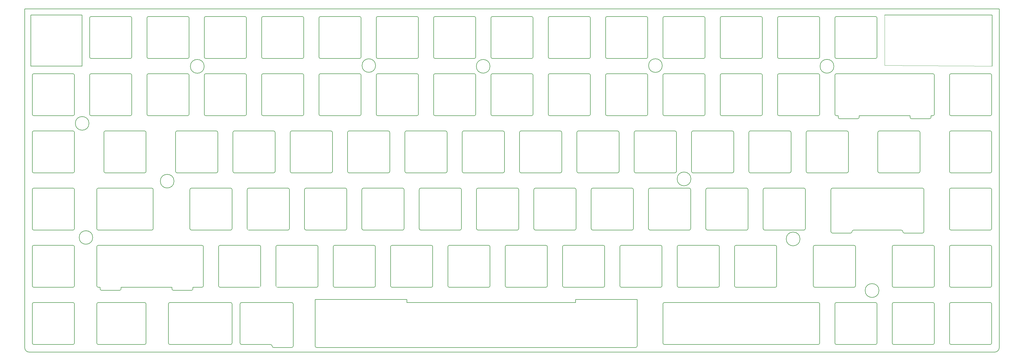
<source format=gbr>
%TF.GenerationSoftware,KiCad,Pcbnew,(5.1.9)-1*%
%TF.CreationDate,2021-05-17T22:20:43-04:00*%
%TF.ProjectId,plate,706c6174-652e-46b6-9963-61645f706362,rev?*%
%TF.SameCoordinates,Original*%
%TF.FileFunction,Profile,NP*%
%FSLAX46Y46*%
G04 Gerber Fmt 4.6, Leading zero omitted, Abs format (unit mm)*
G04 Created by KiCad (PCBNEW (5.1.9)-1) date 2021-05-17 22:20:43*
%MOMM*%
%LPD*%
G01*
G04 APERTURE LIST*
%TA.AperFunction,Profile*%
%ADD10C,0.050000*%
%TD*%
%TA.AperFunction,Profile*%
%ADD11C,0.200000*%
%TD*%
G04 APERTURE END LIST*
D10*
X57823364Y-115823999D02*
X57886500Y-115743000D01*
X57823364Y-115823999D02*
G75*
G02*
X57386501Y-116242999I-419364J-1D01*
G01*
X63434686Y-116258589D02*
X63436500Y-116243000D01*
X63434686Y-116258589D02*
G75*
G02*
X62936500Y-115742999I65314J561589D01*
G01*
X53467000Y-97028000D02*
X53911499Y-97193000D01*
X53411500Y-96693000D02*
X53467000Y-97028000D01*
X265176000Y-42291000D02*
X300968232Y-42592999D01*
X265174000Y-25511967D02*
X265176000Y-42291000D01*
D11*
X3405250Y-102743000D02*
G75*
G02*
X3905250Y-102243000I500000J0D01*
G01*
X287274000Y-97193000D02*
G75*
G02*
X286774000Y-96693000I0J500000D01*
G01*
X225361500Y-97193000D02*
G75*
G02*
X224861500Y-96693000I0J500000D01*
G01*
X3405250Y-115743000D02*
X3405250Y-102743000D01*
X38836500Y-115743000D02*
G75*
G02*
X38336500Y-116243000I-500000J0D01*
G01*
X10992250Y-117243000D02*
X4992249Y-117243000D01*
X3905250Y-116243000D02*
G75*
G02*
X3405250Y-115743000I0J500000D01*
G01*
X4492250Y-116243000D02*
X3905249Y-116243000D01*
X270755750Y-97193000D02*
G75*
G02*
X271255750Y-97693000I0J-500000D01*
G01*
X4492250Y-116743000D02*
X4492250Y-116243000D01*
X11492249Y-116742999D02*
G75*
G02*
X10992250Y-117243000I-500000J-1D01*
G01*
X11492250Y-116243000D02*
X11492250Y-116743000D01*
X28868250Y-117243000D02*
G75*
G02*
X28368250Y-116743000I0J500000D01*
G01*
X35368250Y-116743000D02*
G75*
G02*
X34868250Y-117243000I-500000J0D01*
G01*
X34868250Y-117243000D02*
X28868250Y-117243000D01*
X278255750Y-97693000D02*
X278255750Y-83693000D01*
X247879750Y-98193000D02*
X253879750Y-98193000D01*
X277755750Y-83193000D02*
X247879750Y-83193000D01*
X300774000Y-96693000D02*
G75*
G02*
X300274000Y-97193000I-500000J0D01*
G01*
X38336500Y-116243000D02*
X35368250Y-116243000D01*
X238361500Y-97193000D02*
X225361500Y-97193000D01*
X254379750Y-97693000D02*
G75*
G02*
X254879750Y-97193000I500000J0D01*
G01*
X271755751Y-98192999D02*
G75*
G02*
X271255750Y-97693000I-1J500000D01*
G01*
X-4526001Y-102243000D02*
G75*
G02*
X-4026001Y-102743000I0J-500000D01*
G01*
X300274000Y-83193000D02*
X287274000Y-83193000D01*
X277755750Y-83193000D02*
G75*
G02*
X278255750Y-83693000I0J-500000D01*
G01*
X-17526000Y-116243000D02*
X-4526001Y-116243000D01*
X300274001Y-83192999D02*
G75*
G02*
X300774000Y-83693000I-1J-500000D01*
G01*
X238861500Y-96693000D02*
G75*
G02*
X238361500Y-97193000I-500000J0D01*
G01*
X225361500Y-83193000D02*
X238361500Y-83193000D01*
X-4026001Y-115743000D02*
G75*
G02*
X-4526001Y-116243000I-500000J0D01*
G01*
X247879750Y-98193000D02*
G75*
G02*
X247379750Y-97693000I0J500000D01*
G01*
X286774000Y-83693000D02*
X286774000Y-96693000D01*
X-17526000Y-116243000D02*
G75*
G02*
X-18026000Y-115743000I0J500000D01*
G01*
X287274000Y-97193000D02*
X300274000Y-97193000D01*
X224861500Y-83693000D02*
G75*
G02*
X225361500Y-83193000I500000J0D01*
G01*
X224861500Y-96693000D02*
X224861500Y-83693000D01*
X254379750Y-97693000D02*
G75*
G02*
X253879750Y-98193000I-500000J0D01*
G01*
X247379750Y-83693000D02*
X247379750Y-97693000D01*
X271755750Y-98193000D02*
X277755750Y-98193000D01*
X300774000Y-96693000D02*
X300774000Y-83693000D01*
X-4526001Y-102243000D02*
X-17526000Y-102243000D01*
X278255750Y-97693000D02*
G75*
G02*
X277755750Y-98193000I-500000J0D01*
G01*
X-4026001Y-115743000D02*
X-4026001Y-102743000D01*
X-18026001Y-102743000D02*
X-18026000Y-115743000D01*
X238861500Y-83693000D02*
X238861500Y-96693000D01*
X247379750Y-83693000D02*
G75*
G02*
X247879750Y-83193000I500000J0D01*
G01*
X238361500Y-83193000D02*
G75*
G02*
X238861500Y-83693000I0J-500000D01*
G01*
X28368250Y-116743000D02*
X28368250Y-116243000D01*
X35368250Y-116243000D02*
X35368250Y-116743000D01*
X-18026001Y-102742999D02*
G75*
G02*
X-17526000Y-102243000I500000J-1D01*
G01*
X254879750Y-97193000D02*
X270755750Y-97192999D01*
X286774000Y-83693000D02*
G75*
G02*
X287274000Y-83193000I500000J0D01*
G01*
X28368250Y-116243000D02*
X11492250Y-116243000D01*
X38336500Y-102243000D02*
G75*
G02*
X38836500Y-102743000I0J-500000D01*
G01*
X3905250Y-102243000D02*
X38336500Y-102243000D01*
X4992250Y-117243000D02*
G75*
G02*
X4492250Y-116743000I0J500000D01*
G01*
X92011500Y-97193000D02*
G75*
G02*
X91511500Y-96693000I0J500000D01*
G01*
X72961500Y-97193001D02*
G75*
G02*
X72461499Y-96693000I0J500001D01*
G01*
X72961500Y-83193000D02*
X85961500Y-83193000D01*
X105011499Y-83193000D02*
X92011500Y-83193000D01*
X130111500Y-83193000D02*
X143111500Y-83193000D01*
X124561501Y-96692999D02*
G75*
G02*
X124061500Y-97193000I-500001J0D01*
G01*
X110561500Y-83693000D02*
G75*
G02*
X111061500Y-83193000I500000J0D01*
G01*
X129611500Y-83693000D02*
G75*
G02*
X130111500Y-83193000I500000J0D01*
G01*
X91511500Y-83693000D02*
G75*
G02*
X92011500Y-83193000I500000J0D01*
G01*
X219811500Y-83693000D02*
X219811500Y-96693000D01*
X129611500Y-96693000D02*
X129611500Y-83693000D01*
X181711500Y-83693000D02*
X181711500Y-96693000D01*
X167711500Y-83693000D02*
G75*
G02*
X168211500Y-83193000I500000J0D01*
G01*
X124061500Y-83193000D02*
X111061500Y-83193000D01*
X162161500Y-83193000D02*
G75*
G02*
X162661500Y-83693000I0J-500000D01*
G01*
X111061500Y-97193000D02*
G75*
G02*
X110561500Y-96693000I0J500000D01*
G01*
X85961500Y-83193000D02*
G75*
G02*
X86461500Y-83693000I0J-500000D01*
G01*
X206311500Y-83193000D02*
X219311500Y-83193000D01*
X187261500Y-83193000D02*
X200261500Y-83193000D01*
X72461499Y-96693000D02*
X72461499Y-83693000D01*
X91511500Y-83693000D02*
X91511500Y-96693000D01*
X219311500Y-83193000D02*
G75*
G02*
X219811500Y-83693000I0J-500000D01*
G01*
X200761500Y-83693000D02*
X200761500Y-96693000D01*
X200261500Y-83193000D02*
G75*
G02*
X200761500Y-83693000I0J-500000D01*
G01*
X186761500Y-96693000D02*
X186761500Y-83693000D01*
X105011500Y-83193000D02*
G75*
G02*
X105511500Y-83693000I0J-500000D01*
G01*
X105511501Y-96692999D02*
G75*
G02*
X105011500Y-97193000I-500001J0D01*
G01*
X149161500Y-97193000D02*
G75*
G02*
X148661500Y-96693000I0J500000D01*
G01*
X162661500Y-96693000D02*
G75*
G02*
X162161500Y-97193000I-500000J0D01*
G01*
X86461500Y-96693000D02*
G75*
G02*
X85961500Y-97193000I-500000J0D01*
G01*
X111061500Y-97193000D02*
X124061500Y-97193000D01*
X181211500Y-83193000D02*
G75*
G02*
X181711500Y-83693000I0J-500000D01*
G01*
X205811500Y-83693000D02*
G75*
G02*
X206311500Y-83193000I500000J0D01*
G01*
X110561500Y-83693000D02*
X110561500Y-96693000D01*
X148661500Y-96693000D02*
X148661500Y-83693000D01*
X72461499Y-83692999D02*
G75*
G02*
X72961500Y-83193000I500000J-1D01*
G01*
X219811500Y-96693000D02*
G75*
G02*
X219311500Y-97193000I-500000J0D01*
G01*
X200261500Y-97193000D02*
X187261500Y-97193000D01*
X124561500Y-96693000D02*
X124561500Y-83693000D01*
X162161500Y-97193000D02*
X149161500Y-97193000D01*
X92011500Y-97193000D02*
X105011500Y-97193000D01*
X85961500Y-97193000D02*
X72961500Y-97193000D01*
X86461500Y-83693000D02*
X86461500Y-96693000D01*
X187261500Y-97193000D02*
G75*
G02*
X186761500Y-96693000I0J500000D01*
G01*
X200761500Y-96693000D02*
G75*
G02*
X200261500Y-97193000I-500000J0D01*
G01*
X206311500Y-97193000D02*
G75*
G02*
X205811500Y-96693000I0J500000D01*
G01*
X219311500Y-97193000D02*
X206311500Y-97193000D01*
X143111500Y-97193000D02*
X130111500Y-97193000D01*
X168211500Y-97193000D02*
G75*
G02*
X167711500Y-96693000I0J500000D01*
G01*
X105511500Y-96693000D02*
X105511500Y-83693000D01*
X124061501Y-83192999D02*
G75*
G02*
X124561500Y-83693000I-1J-500000D01*
G01*
X130111500Y-97193000D02*
G75*
G02*
X129611500Y-96693000I0J500000D01*
G01*
X168211500Y-83193000D02*
X181211500Y-83193000D01*
X162661500Y-83693000D02*
X162661500Y-96693000D01*
X143611500Y-96693000D02*
G75*
G02*
X143111500Y-97193000I-500000J0D01*
G01*
X143611500Y-83693000D02*
X143611500Y-96693000D01*
X143111500Y-83193000D02*
G75*
G02*
X143611500Y-83693000I0J-500000D01*
G01*
X167711500Y-96693000D02*
X167711500Y-83693000D01*
X181211500Y-97193000D02*
X168211500Y-97193000D01*
X148661500Y-83693000D02*
G75*
G02*
X149161500Y-83193000I500000J0D01*
G01*
X205811500Y-96693000D02*
X205811500Y-83693000D01*
X186761500Y-83693000D02*
G75*
G02*
X187261500Y-83193000I500000J0D01*
G01*
X181711500Y-96693000D02*
G75*
G02*
X181211500Y-97193000I-500000J0D01*
G01*
X149161500Y-83193000D02*
X162161500Y-83193000D01*
X276461500Y-64143000D02*
X263461500Y-64143000D01*
X66911500Y-97193000D02*
X53911499Y-97193000D01*
X286774000Y-64643000D02*
G75*
G02*
X287274000Y-64143000I500000J0D01*
G01*
X239649000Y-78143000D02*
G75*
G02*
X239149000Y-77643000I0J500000D01*
G01*
X300274001Y-64142999D02*
G75*
G02*
X300774000Y-64643000I-1J-500000D01*
G01*
X239149000Y-64643000D02*
G75*
G02*
X239649000Y-64143000I500000J0D01*
G01*
X234099000Y-64643000D02*
X234099000Y-77643000D01*
X53411500Y-96693000D02*
X53411500Y-83693000D01*
X276961500Y-77643000D02*
G75*
G02*
X276461500Y-78143000I-500000J0D01*
G01*
X67411500Y-83693000D02*
X67411500Y-96693000D01*
X-18026001Y-83693000D02*
X-18026000Y-96693000D01*
X-17526000Y-97193000D02*
X-4526001Y-97193000D01*
X21667750Y-83193000D02*
G75*
G02*
X22167750Y-83693000I0J-500000D01*
G01*
X220599000Y-78143000D02*
G75*
G02*
X220099000Y-77643000I0J500000D01*
G01*
X233599000Y-64143000D02*
G75*
G02*
X234099000Y-64643000I0J-500000D01*
G01*
X3905249Y-97193000D02*
X21667750Y-97193000D01*
X-4026001Y-96693000D02*
X-4026000Y-83693000D01*
X48361500Y-96693000D02*
G75*
G02*
X47861500Y-97193000I-500000J0D01*
G01*
X34861500Y-97193000D02*
X47861500Y-97193000D01*
X286774000Y-64643000D02*
X286774000Y-77643000D01*
X300274000Y-64143000D02*
X287274000Y-64143000D01*
X300774000Y-77643000D02*
X300774000Y-64643000D01*
X22167751Y-96692999D02*
G75*
G02*
X21667750Y-97193000I-500001J0D01*
G01*
X262961500Y-64643000D02*
X262961500Y-77643000D01*
X220099000Y-64643000D02*
G75*
G02*
X220599000Y-64143000I500000J0D01*
G01*
X34361500Y-83693000D02*
G75*
G02*
X34861500Y-83193000I500000J0D01*
G01*
X48361500Y-96693000D02*
X48361500Y-83693000D01*
X253149000Y-77643000D02*
G75*
G02*
X252649000Y-78143000I-500000J0D01*
G01*
X263461500Y-78143000D02*
G75*
G02*
X262961500Y-77643000I0J500000D01*
G01*
X22167750Y-96693000D02*
X22167750Y-83693000D01*
X-17526000Y-97193000D02*
G75*
G02*
X-18026000Y-96693000I0J500000D01*
G01*
X-4026001Y-96693000D02*
G75*
G02*
X-4526001Y-97193000I-500000J0D01*
G01*
X53911500Y-83193000D02*
X66911500Y-83193000D01*
X53411500Y-83693000D02*
G75*
G02*
X53911500Y-83193000I500000J0D01*
G01*
X67411500Y-96693000D02*
G75*
G02*
X66911500Y-97193000I-500000J0D01*
G01*
X252649000Y-64143000D02*
X239649000Y-64143000D01*
X263461500Y-78143000D02*
X276461500Y-78143000D01*
X34861500Y-97193000D02*
G75*
G02*
X34361500Y-96693000I0J500000D01*
G01*
X233599000Y-78143000D02*
X220599000Y-78143000D01*
X276961500Y-77643000D02*
X276961500Y-64643000D01*
X-18026001Y-83692999D02*
G75*
G02*
X-17526000Y-83193000I500000J-1D01*
G01*
X21667750Y-83193000D02*
X3905250Y-83193000D01*
X3905249Y-97193000D02*
G75*
G02*
X3405249Y-96693000I0J500000D01*
G01*
X47861500Y-83193000D02*
X34861500Y-83193000D01*
X239149000Y-64643000D02*
X239149000Y-77643000D01*
X234099000Y-77643000D02*
G75*
G02*
X233599000Y-78143000I-500000J0D01*
G01*
X252649000Y-64143000D02*
G75*
G02*
X253149000Y-64643000I0J-500000D01*
G01*
X220099000Y-77643000D02*
X220099000Y-64643000D01*
X276461500Y-64143000D02*
G75*
G02*
X276961500Y-64643000I0J-500000D01*
G01*
X3405249Y-83692999D02*
G75*
G02*
X3905250Y-83193000I500000J-1D01*
G01*
X47861501Y-83192999D02*
G75*
G02*
X48361500Y-83693000I-1J-500000D01*
G01*
X34361500Y-83693000D02*
X34361500Y-96693000D01*
X300774000Y-77643000D02*
G75*
G02*
X300274000Y-78143000I-500000J0D01*
G01*
X3405249Y-83693000D02*
X3405249Y-96693000D01*
X66911500Y-83193000D02*
G75*
G02*
X67411500Y-83693000I0J-500000D01*
G01*
X262961500Y-64643000D02*
G75*
G02*
X263461500Y-64143000I500000J0D01*
G01*
X220599000Y-64143000D02*
X233599000Y-64142999D01*
X287274000Y-78143000D02*
X300274000Y-78143000D01*
X287274000Y-78143000D02*
G75*
G02*
X286774000Y-77643000I0J500000D01*
G01*
X253149000Y-77643000D02*
X253149000Y-64643000D01*
X-4526001Y-83193000D02*
X-17526000Y-83193000D01*
X239649000Y-78143000D02*
X252649000Y-78143000D01*
X-4526000Y-83193000D02*
G75*
G02*
X-4026000Y-83693000I0J-500000D01*
G01*
X265174000Y-23518000D02*
X300968232Y-23518000D01*
X300968232Y-25511967D02*
X300968232Y-42592999D01*
X-18533710Y-42593000D02*
X-18533710Y-25511967D01*
X300968232Y-25511967D02*
X265174000Y-25511967D01*
X-20551000Y-42593000D02*
X-20551000Y-25511967D01*
X300968232Y-23518000D02*
X303298999Y-23518000D01*
X-18533710Y-25511967D02*
X-1476001Y-25511967D01*
X-1476001Y-42593000D02*
X-18533710Y-42593000D01*
X303298999Y-23518000D02*
X303298999Y-42592999D01*
X-1476001Y-25511967D02*
X-1476001Y-42593000D01*
X61173999Y-135293000D02*
G75*
G02*
X61673999Y-135793000I0J-500000D01*
G01*
X27717750Y-121293000D02*
X47861500Y-121293000D01*
X62174000Y-136293000D02*
X68174000Y-136293000D01*
X62174001Y-136293000D02*
G75*
G02*
X61673999Y-135793000I-1J500001D01*
G01*
X68673999Y-135792999D02*
G75*
G02*
X68174000Y-136293000I-500000J-1D01*
G01*
X209786500Y-102243000D02*
G75*
G02*
X210286500Y-102743000I0J-500000D01*
G01*
X-17526000Y-121293000D02*
X-4526001Y-121293000D01*
X196786500Y-102243000D02*
X209786500Y-102243000D01*
X255530250Y-115743000D02*
G75*
G02*
X255030250Y-116243000I-500000J0D01*
G01*
X3905249Y-135293000D02*
X19286500Y-135293000D01*
X196286500Y-102743000D02*
G75*
G02*
X196786500Y-102243000I500000J0D01*
G01*
X268224000Y-116243000D02*
G75*
G02*
X267724000Y-115743000I0J500000D01*
G01*
X196286500Y-115743000D02*
X196286500Y-102743000D01*
X287274000Y-116243000D02*
G75*
G02*
X286774000Y-115743000I0J500000D01*
G01*
X196786500Y-116243000D02*
G75*
G02*
X196286500Y-115743000I0J500000D01*
G01*
X228836500Y-102243000D02*
X215836500Y-102243000D01*
X300774000Y-115743000D02*
G75*
G02*
X300274000Y-116243000I-500000J0D01*
G01*
X241530250Y-102743000D02*
G75*
G02*
X242030250Y-102243000I500000J0D01*
G01*
X267724000Y-102743000D02*
X267724000Y-115743000D01*
X281224000Y-102243000D02*
X268224000Y-102243000D01*
X281224000Y-102243000D02*
G75*
G02*
X281724000Y-102743000I0J-500000D01*
G01*
X-17526000Y-135293000D02*
G75*
G02*
X-18026000Y-134793000I0J500000D01*
G01*
X19786500Y-134793000D02*
X19786500Y-121793000D01*
X215836500Y-116243000D02*
G75*
G02*
X215336500Y-115743000I0J500000D01*
G01*
X210286501Y-115742999D02*
G75*
G02*
X209786500Y-116243000I-500001J0D01*
G01*
X286774000Y-102743000D02*
G75*
G02*
X287274000Y-102243000I500000J0D01*
G01*
X287274000Y-116243000D02*
X300274000Y-116243000D01*
X-4026001Y-134793000D02*
G75*
G02*
X-4526001Y-135293000I-500000J0D01*
G01*
X3905250Y-135293000D02*
G75*
G02*
X3405250Y-134793000I0J500000D01*
G01*
X-4026000Y-121793000D02*
X-4026000Y-134793000D01*
X300274000Y-102243000D02*
X287274000Y-102243000D01*
X19786501Y-134792999D02*
G75*
G02*
X19286500Y-135293000I-500001J0D01*
G01*
X300274001Y-102242999D02*
G75*
G02*
X300774000Y-102743000I-1J-500000D01*
G01*
X215836500Y-116243000D02*
X228836500Y-116243000D01*
X242030250Y-116243000D02*
G75*
G02*
X241530250Y-115743000I0J500000D01*
G01*
X-4526001Y-135293000D02*
X-17526000Y-135293000D01*
X3405249Y-121793000D02*
X3405250Y-134793000D01*
X19286500Y-121293000D02*
G75*
G02*
X19786500Y-121793000I0J-500000D01*
G01*
X268224000Y-116243000D02*
X281224000Y-116243000D01*
X228836500Y-102243000D02*
G75*
G02*
X229336500Y-102743000I0J-500000D01*
G01*
X267724000Y-102743000D02*
G75*
G02*
X268224000Y-102243000I500000J0D01*
G01*
X241530250Y-115743000D02*
X241530250Y-102743000D01*
X215336500Y-102743000D02*
X215336500Y-115743000D01*
X300774000Y-115743000D02*
X300774000Y-102743000D01*
X286774000Y-102743000D02*
X286774000Y-115743000D01*
X242030250Y-102243000D02*
X255030250Y-102243000D01*
X-18026000Y-134793000D02*
X-18026001Y-121793000D01*
X281724000Y-115743000D02*
X281724000Y-102743000D01*
X3405249Y-121792999D02*
G75*
G02*
X3905250Y-121293000I500000J-1D01*
G01*
X134086500Y-102743000D02*
X134086500Y-115743000D01*
X255530250Y-102743000D02*
X255530250Y-115743000D01*
X229336500Y-115743000D02*
X229336500Y-102743000D01*
X27217750Y-121793000D02*
G75*
G02*
X27717750Y-121293000I500000J0D01*
G01*
X255030250Y-102243000D02*
G75*
G02*
X255530250Y-102743000I0J-500000D01*
G01*
X-18026001Y-121792999D02*
G75*
G02*
X-17526000Y-121293000I500000J-1D01*
G01*
X27717750Y-135293000D02*
G75*
G02*
X27217750Y-134793000I0J500000D01*
G01*
X215336500Y-102743000D02*
G75*
G02*
X215836500Y-102243000I500000J0D01*
G01*
X19286500Y-121293000D02*
X3905250Y-121293000D01*
X27217750Y-134793000D02*
X27217750Y-121793000D01*
X281724000Y-115743000D02*
G75*
G02*
X281224000Y-116243000I-500000J0D01*
G01*
X47861500Y-135293000D02*
X27717750Y-135293000D01*
X48361500Y-134792998D02*
G75*
G02*
X47861500Y-135293000I-500001J-1D01*
G01*
X-4526000Y-121293000D02*
G75*
G02*
X-4026000Y-121793000I0J-500000D01*
G01*
X48361500Y-121793000D02*
X48361500Y-134793000D01*
X47861500Y-121293000D02*
G75*
G02*
X48361500Y-121793000I0J-500000D01*
G01*
X229336500Y-115743000D02*
G75*
G02*
X228836500Y-116243000I-500000J0D01*
G01*
X209786500Y-116243000D02*
X196786500Y-116243000D01*
X255030250Y-116243000D02*
X242030250Y-116243000D01*
X210286500Y-102743000D02*
X210286500Y-115743000D01*
X76436500Y-116243000D02*
X63436500Y-116243000D01*
X153136501Y-115742999D02*
G75*
G02*
X152636500Y-116243000I-500001J0D01*
G01*
X76936500Y-102743000D02*
X76936500Y-115743000D01*
X114536500Y-102243000D02*
G75*
G02*
X115036500Y-102743000I0J-500000D01*
G01*
X133586500Y-116243000D02*
X120586500Y-116243000D01*
X171686500Y-102243000D02*
G75*
G02*
X172186500Y-102743000I0J-500000D01*
G01*
X158686500Y-116243000D02*
G75*
G02*
X158186500Y-115743000I0J500000D01*
G01*
X134086501Y-115742999D02*
G75*
G02*
X133586500Y-116243000I-500001J0D01*
G01*
X115036500Y-102743000D02*
X115036500Y-115743000D01*
X177236500Y-102743000D02*
G75*
G02*
X177736500Y-102243000I500000J0D01*
G01*
X82486500Y-116243000D02*
X95486500Y-116243000D01*
X95986500Y-115743000D02*
X95986500Y-102743000D01*
X76936500Y-115743000D02*
G75*
G02*
X76436500Y-116243000I-500000J0D01*
G01*
X158186500Y-102743000D02*
X158186500Y-115743000D01*
X139136500Y-102743000D02*
G75*
G02*
X139636500Y-102243000I500000J0D01*
G01*
X172186501Y-115742999D02*
G75*
G02*
X171686500Y-116243000I-500001J0D01*
G01*
X190736500Y-102243000D02*
G75*
G02*
X191236500Y-102743000I0J-500000D01*
G01*
X57886500Y-102743000D02*
X57886500Y-115743000D01*
X152636500Y-116243000D02*
X139636500Y-116243000D01*
X190736500Y-102243000D02*
X177736500Y-102243000D01*
X158186500Y-102743000D02*
G75*
G02*
X158686500Y-102243000I500000J0D01*
G01*
X171686500Y-102243000D02*
X158686500Y-102243000D01*
X38836500Y-102743000D02*
X38836500Y-115743000D01*
X44386500Y-102243000D02*
X57386500Y-102243000D01*
X63436500Y-102243000D02*
X76436500Y-102243000D01*
X62936499Y-115743000D02*
X62936499Y-102743000D01*
X101536501Y-116242999D02*
G75*
G02*
X101036500Y-115743000I-1J500000D01*
G01*
X115036500Y-115743000D02*
G75*
G02*
X114536500Y-116243000I-500000J0D01*
G01*
X152636500Y-102243000D02*
G75*
G02*
X153136500Y-102743000I0J-500000D01*
G01*
X172186500Y-115743000D02*
X172186500Y-102743000D01*
X101036500Y-115743000D02*
X101036500Y-102743000D01*
X191236500Y-115743000D02*
X191236500Y-102743000D01*
X158686500Y-116243000D02*
X171686500Y-116243000D01*
X76436500Y-102243000D02*
G75*
G02*
X76936500Y-102743000I0J-500000D01*
G01*
X177236500Y-102743000D02*
X177236500Y-115743000D01*
X177736500Y-116243000D02*
X190736500Y-116243000D01*
X43886500Y-115743000D02*
X43886500Y-102743000D01*
X57386500Y-116243000D02*
X44386499Y-116243000D01*
X114536500Y-116243000D02*
X101536500Y-116243000D01*
X153136500Y-102743000D02*
X153136500Y-115743000D01*
X139636500Y-102243000D02*
X152636500Y-102243000D01*
X43886500Y-102743000D02*
G75*
G02*
X44386500Y-102243000I500000J0D01*
G01*
X44386500Y-116243000D02*
G75*
G02*
X43886500Y-115743000I0J500000D01*
G01*
X139636500Y-116243000D02*
G75*
G02*
X139136500Y-115743000I0J500000D01*
G01*
X177736500Y-116243000D02*
G75*
G02*
X177236500Y-115743000I0J500000D01*
G01*
X133586500Y-102243000D02*
G75*
G02*
X134086500Y-102743000I0J-500000D01*
G01*
X81986500Y-102743000D02*
X81986500Y-115743000D01*
X62936499Y-102742999D02*
G75*
G02*
X63436500Y-102243000I500000J-1D01*
G01*
X191236501Y-115742999D02*
G75*
G02*
X190736500Y-116243000I-500001J0D01*
G01*
X120586500Y-116243000D02*
G75*
G02*
X120086500Y-115743000I0J500000D01*
G01*
X95986501Y-115742999D02*
G75*
G02*
X95486500Y-116243000I-500001J0D01*
G01*
X95486500Y-102243000D02*
G75*
G02*
X95986500Y-102743000I0J-500000D01*
G01*
X120586500Y-102243000D02*
X133586500Y-102243000D01*
X120086500Y-102743000D02*
G75*
G02*
X120586500Y-102243000I500000J0D01*
G01*
X120086500Y-115743000D02*
X120086500Y-102743000D01*
X82486501Y-116242999D02*
G75*
G02*
X81986500Y-115743000I-1J500000D01*
G01*
X81986500Y-102743000D02*
G75*
G02*
X82486500Y-102243000I500000J0D01*
G01*
X101036500Y-102743000D02*
G75*
G02*
X101536500Y-102243000I500000J0D01*
G01*
X139136500Y-115743000D02*
X139136500Y-102743000D01*
X57386500Y-102243000D02*
G75*
G02*
X57886500Y-102743000I0J-500000D01*
G01*
X95486499Y-102243000D02*
X82486500Y-102243000D01*
X101536500Y-102243000D02*
X114536500Y-102243000D01*
X267724000Y-121793000D02*
G75*
G02*
X268224000Y-121293000I500000J0D01*
G01*
X51530250Y-135293000D02*
G75*
G02*
X51030250Y-134793000I0J500000D01*
G01*
X281224000Y-121293000D02*
G75*
G02*
X281724000Y-121793000I0J-500000D01*
G01*
X262674000Y-134793000D02*
G75*
G02*
X262174000Y-135293000I-500000J0D01*
G01*
X-20551000Y-25511967D02*
X-20551000Y-23518000D01*
X-20551000Y-23518000D02*
X-1476001Y-23518000D01*
X82467750Y-136293000D02*
X76467750Y-136293000D01*
X134075602Y-42638000D02*
G75*
G03*
X134075602Y-42638000I-2276595J0D01*
G01*
X2057952Y-99638454D02*
G75*
G03*
X2057952Y-99638454I-2253532J0D01*
G01*
X262174000Y-135293000D02*
X249174000Y-135293000D01*
X200848047Y-80137373D02*
G75*
G03*
X200848047Y-80137373I-2299982J0D01*
G01*
X823871Y-61638329D02*
G75*
G03*
X823871Y-61638329I-2276232J0D01*
G01*
X75967750Y-120293000D02*
X106467750Y-120293000D01*
X182474000Y-136293000D02*
X82469481Y-136293000D01*
X182974000Y-120293000D02*
X182974000Y-135793000D01*
X237093913Y-100128003D02*
G75*
G03*
X237093913Y-100128003I-2294901J0D01*
G01*
X106467750Y-121293000D02*
X162474000Y-121293000D01*
X68174000Y-121293000D02*
G75*
G02*
X68674000Y-121793000I0J-500000D01*
G01*
X300774000Y-134793000D02*
X300774000Y-121793000D01*
X51530249Y-135293000D02*
X61173999Y-135293000D01*
X243624000Y-134793000D02*
X243624000Y-121793000D01*
X287274000Y-135293000D02*
X300274000Y-135293000D01*
X192024000Y-135293000D02*
X243124000Y-135293000D01*
X281224000Y-121293000D02*
X268224000Y-121293000D01*
X192024000Y-135293000D02*
G75*
G02*
X191524000Y-134793000I0J500000D01*
G01*
X281724000Y-134793000D02*
G75*
G02*
X281224000Y-135293000I-500000J0D01*
G01*
X268224000Y-135293000D02*
G75*
G02*
X267724000Y-134793000I0J500000D01*
G01*
X248674000Y-121793000D02*
G75*
G02*
X249174000Y-121293000I500000J0D01*
G01*
X249174000Y-135293000D02*
G75*
G02*
X248674000Y-134793000I0J500000D01*
G01*
X51030249Y-121792999D02*
G75*
G02*
X51530250Y-121293000I500000J-1D01*
G01*
X29077286Y-80888543D02*
G75*
G03*
X29077286Y-80888543I-2277105J0D01*
G01*
X191524000Y-121793000D02*
G75*
G02*
X192024000Y-121293000I500000J0D01*
G01*
X248351167Y-42617999D02*
G75*
G03*
X248351167Y-42617999I-2302173J0D01*
G01*
X191322205Y-42390473D02*
G75*
G03*
X191322205Y-42390473I-2274862J0D01*
G01*
X162474000Y-120293000D02*
X182974000Y-120293000D01*
X182974000Y-135793000D02*
G75*
G02*
X182474000Y-136293000I-500000J0D01*
G01*
X243124000Y-121293000D02*
X192024000Y-121293000D01*
X281724000Y-134793000D02*
X281724000Y-121793000D01*
X75967750Y-135793000D02*
X75967750Y-120293000D01*
X76467750Y-136293000D02*
G75*
G02*
X75967750Y-135793000I0J500000D01*
G01*
X267724000Y-121793000D02*
X267724000Y-134793000D01*
X51030249Y-121793000D02*
X51030250Y-134793000D01*
X249174000Y-121293000D02*
X262174000Y-121293000D01*
X243124000Y-121293000D02*
G75*
G02*
X243624000Y-121793000I0J-500000D01*
G01*
X68174000Y-121293000D02*
X51530250Y-121293000D01*
X243624001Y-134792999D02*
G75*
G02*
X243124000Y-135293000I-500001J0D01*
G01*
X248674000Y-134793000D02*
X248674000Y-121793000D01*
X106467750Y-120293000D02*
X106467750Y-121293000D01*
X286774000Y-121793000D02*
X286774000Y-134793000D01*
X96050247Y-42385500D02*
G75*
G03*
X96050247Y-42385500I-2251242J0D01*
G01*
X268224000Y-135293000D02*
X281224000Y-135293000D01*
X191524000Y-121793000D02*
X191524000Y-134793000D01*
X300774000Y-134793000D02*
G75*
G02*
X300274000Y-135293000I-500000J0D01*
G01*
X300274001Y-121292999D02*
G75*
G02*
X300774000Y-121793000I-1J-500000D01*
G01*
X263331465Y-117306080D02*
G75*
G03*
X263331465Y-117306080I-2303905J0D01*
G01*
X39104946Y-42648118D02*
G75*
G03*
X39104946Y-42648118I-2299967J0D01*
G01*
X162474000Y-121293000D02*
X162474000Y-120293000D01*
X287274000Y-135293000D02*
G75*
G02*
X286774000Y-134793000I0J500000D01*
G01*
X262174000Y-121293000D02*
G75*
G02*
X262674000Y-121793000I0J-500000D01*
G01*
X68674000Y-135793000D02*
X68674000Y-121793000D01*
X286774000Y-121793000D02*
G75*
G02*
X287274000Y-121293000I500000J0D01*
G01*
X300274000Y-121293000D02*
X287274000Y-121293000D01*
X262674000Y-121793000D02*
X262674000Y-134793000D01*
X300274000Y-59093000D02*
X287274000Y-59093000D01*
X256761001Y-59592999D02*
G75*
G02*
X256261000Y-60093000I-500001J0D01*
G01*
X-4526001Y-64143000D02*
X-17526000Y-64143000D01*
X273637000Y-59093000D02*
X273637000Y-59593000D01*
X248674000Y-45592999D02*
X248674000Y-58593000D01*
X281724000Y-58593000D02*
X281724000Y-45593000D01*
X-17526000Y-78143000D02*
X-4526001Y-78143000D01*
X49149000Y-78143000D02*
G75*
G02*
X48649000Y-77643000I0J500000D01*
G01*
X6286499Y-78142999D02*
G75*
G02*
X5786500Y-77643000I0J499999D01*
G01*
X5786500Y-77643000D02*
X5786500Y-64643000D01*
X248674000Y-45593000D02*
G75*
G02*
X249174000Y-45093000I500000J0D01*
G01*
X62149000Y-64143000D02*
G75*
G02*
X62649000Y-64643000I0J-500000D01*
G01*
X300274001Y-45092999D02*
G75*
G02*
X300774000Y-45593000I-1J-500000D01*
G01*
X6286500Y-64143000D02*
X19286500Y-64143000D01*
X256761000Y-59593000D02*
X256761000Y-59093000D01*
X250261000Y-60093000D02*
X256261000Y-60093000D01*
X250261000Y-60093000D02*
G75*
G02*
X249761000Y-59593000I0J500000D01*
G01*
X62149000Y-64143000D02*
X49149000Y-64143000D01*
X249174000Y-59093000D02*
G75*
G02*
X248674000Y-58593000I0J500000D01*
G01*
X286774000Y-58593000D02*
X286774000Y-45592999D01*
X-18026001Y-64643000D02*
X-18026000Y-77643000D01*
X281224000Y-45092999D02*
X249174000Y-45093000D01*
X281724000Y-58593000D02*
G75*
G02*
X281224000Y-59093000I-500000J0D01*
G01*
X48649001Y-64642999D02*
G75*
G02*
X49149000Y-64143000I499999J0D01*
G01*
X286774000Y-45593000D02*
G75*
G02*
X287274000Y-45093000I500000J0D01*
G01*
X5786500Y-64643000D02*
G75*
G02*
X6286500Y-64143000I500000J0D01*
G01*
X49148999Y-78143000D02*
X62149000Y-78143000D01*
X19786499Y-77642999D02*
G75*
G02*
X19286500Y-78143000I-500000J-1D01*
G01*
X249761000Y-59093000D02*
X249761000Y-59593000D01*
X287274000Y-45093000D02*
X300274000Y-45093000D01*
X-4026000Y-77643001D02*
G75*
G02*
X-4526001Y-78143000I-500000J1D01*
G01*
X48649000Y-64643000D02*
X48649000Y-77643000D01*
X300774000Y-45593000D02*
X300774000Y-58593000D01*
X62649000Y-77643000D02*
X62649000Y-64643000D01*
X280637000Y-59093000D02*
X281224000Y-59093000D01*
X-4526000Y-64143000D02*
G75*
G02*
X-4026000Y-64643000I0J-500000D01*
G01*
X280637000Y-59593000D02*
X280637000Y-59093000D01*
X281224001Y-45092999D02*
G75*
G02*
X281724000Y-45593000I-1J-500000D01*
G01*
X-4026001Y-77643000D02*
X-4026000Y-64643000D01*
X300774000Y-58593000D02*
G75*
G02*
X300274000Y-59093000I-500000J0D01*
G01*
X249174000Y-59093000D02*
X249761000Y-59093000D01*
X280637000Y-59593000D02*
G75*
G02*
X280137000Y-60093000I-500000J0D01*
G01*
X274137000Y-60093000D02*
X280137000Y-60093000D01*
X62649000Y-77643000D02*
G75*
G02*
X62149000Y-78143000I-500000J0D01*
G01*
X287274000Y-59093000D02*
G75*
G02*
X286774000Y-58593000I0J500000D01*
G01*
X19286500Y-78143000D02*
X6286500Y-78143000D01*
X-17526001Y-78142999D02*
G75*
G02*
X-18026000Y-77643000I0J499999D01*
G01*
X274137000Y-60093000D02*
G75*
G02*
X273637000Y-59593000I0J500000D01*
G01*
X256761000Y-59093000D02*
X273637000Y-59093000D01*
X19786500Y-64643000D02*
X19786499Y-77643000D01*
X-18026001Y-64642999D02*
G75*
G02*
X-17526000Y-64143000I500000J-1D01*
G01*
X19286500Y-64143000D02*
G75*
G02*
X19786500Y-64643000I0J-500000D01*
G01*
X243124000Y-45092999D02*
X230124000Y-45093000D01*
X153424000Y-58593000D02*
X153424000Y-45593000D01*
X185974001Y-45092999D02*
G75*
G02*
X186474000Y-45593000I-1J-500000D01*
G01*
X43099000Y-64143000D02*
G75*
G02*
X43599000Y-64643000I0J-500000D01*
G01*
X230124000Y-59093000D02*
X243124000Y-59093000D01*
X191524000Y-45593000D02*
G75*
G02*
X192024000Y-45093000I500000J0D01*
G01*
X205024000Y-45092999D02*
X192024000Y-45093000D01*
X205024001Y-45092999D02*
G75*
G02*
X205524000Y-45593000I-1J-500000D01*
G01*
X172974000Y-59093000D02*
G75*
G02*
X172474000Y-58593000I0J500000D01*
G01*
X134874000Y-59093000D02*
G75*
G02*
X134374000Y-58593000I0J500000D01*
G01*
X205524000Y-58593000D02*
X205524000Y-45593000D01*
X205524000Y-58593000D02*
G75*
G02*
X205024000Y-59093000I-500000J0D01*
G01*
X192024000Y-59093000D02*
X205024000Y-59093000D01*
X192024000Y-59093000D02*
G75*
G02*
X191524000Y-58593000I0J500000D01*
G01*
X243624001Y-58592999D02*
G75*
G02*
X243124000Y-59093000I-500001J0D01*
G01*
X224074000Y-45092999D02*
X211074000Y-45093000D01*
X147874001Y-45092999D02*
G75*
G02*
X148374000Y-45593000I-1J-500000D01*
G01*
X172974000Y-45093000D02*
X185974000Y-45092999D01*
X230124000Y-59093000D02*
G75*
G02*
X229624000Y-58593000I0J500000D01*
G01*
X148374000Y-58593000D02*
G75*
G02*
X147874000Y-59093000I-500000J0D01*
G01*
X153924000Y-45093000D02*
X166924000Y-45092999D01*
X229624000Y-45592999D02*
X229624000Y-58593000D01*
X243123999Y-45093000D02*
G75*
G02*
X243624000Y-45592999I1J-500000D01*
G01*
X172474000Y-58593000D02*
X172474000Y-45592999D01*
X210574000Y-45592999D02*
X210574000Y-58593000D01*
X129324000Y-45593000D02*
X129324000Y-58593000D01*
X134374000Y-58593000D02*
X134374000Y-45592999D01*
X167424000Y-58593000D02*
G75*
G02*
X166924000Y-59093000I-500000J0D01*
G01*
X148374000Y-45593000D02*
X148374000Y-58593000D01*
X115324001Y-45592999D02*
G75*
G02*
X115824000Y-45093000I499999J0D01*
G01*
X167424000Y-45593000D02*
X167424000Y-58593000D01*
X243624000Y-58593000D02*
X243624000Y-45592999D01*
X224074000Y-45092999D02*
G75*
G02*
X224574000Y-45592999I0J-500000D01*
G01*
X115824000Y-45093000D02*
X128824000Y-45092999D01*
X172474000Y-45593000D02*
G75*
G02*
X172974000Y-45093000I500000J0D01*
G01*
X153924000Y-59093000D02*
G75*
G02*
X153424000Y-58593000I0J500000D01*
G01*
X186474000Y-58593000D02*
G75*
G02*
X185974000Y-59093000I-500000J0D01*
G01*
X115324000Y-58593000D02*
X115324000Y-45592999D01*
X153424000Y-45593000D02*
G75*
G02*
X153924000Y-45093000I500000J0D01*
G01*
X229624000Y-45593000D02*
G75*
G02*
X230124000Y-45093000I500000J0D01*
G01*
X224574000Y-58593000D02*
G75*
G02*
X224074000Y-59093000I-500000J0D01*
G01*
X211074000Y-59093000D02*
X224074000Y-59093000D01*
X224574000Y-58593000D02*
X224574000Y-45592999D01*
X134874000Y-45093000D02*
X147874000Y-45092999D01*
X134374001Y-45592999D02*
G75*
G02*
X134874000Y-45093000I499999J0D01*
G01*
X166924001Y-45092999D02*
G75*
G02*
X167424000Y-45593000I-1J-500000D01*
G01*
X129324000Y-58593000D02*
G75*
G02*
X128824000Y-59093000I-500000J0D01*
G01*
X186474000Y-45593000D02*
X186474000Y-58593000D01*
X128824001Y-45092999D02*
G75*
G02*
X129324000Y-45593000I-1J-500000D01*
G01*
X210574000Y-45593000D02*
G75*
G02*
X211074000Y-45093000I500000J0D01*
G01*
X115824001Y-59092999D02*
G75*
G02*
X115324000Y-58593000I-1J500000D01*
G01*
X185974000Y-59093000D02*
X172974000Y-59093000D01*
X147874000Y-59093000D02*
X134874000Y-59093000D01*
X30099000Y-64143000D02*
X43099000Y-64143000D01*
X29599000Y-64643000D02*
G75*
G02*
X30099000Y-64143000I500000J0D01*
G01*
X43599000Y-77643000D02*
G75*
G02*
X43099000Y-78143000I-500000J0D01*
G01*
X128824000Y-59093000D02*
X115824000Y-59093000D01*
X191524000Y-45592999D02*
X191524000Y-58593000D01*
X166924000Y-59093000D02*
X153924000Y-59093000D01*
X211074000Y-59093000D02*
G75*
G02*
X210574000Y-58593000I0J500000D01*
G01*
X29599000Y-77643000D02*
X29599000Y-64643000D01*
X30099000Y-78143000D02*
G75*
G02*
X29599000Y-77643000I0J500000D01*
G01*
X43099000Y-78143000D02*
X30099000Y-78143000D01*
X43599000Y-64643000D02*
X43599000Y-77643000D01*
X34073999Y-58593000D02*
X34073999Y-45592999D01*
X77724000Y-45093000D02*
X90724000Y-45092999D01*
X15024000Y-58593000D02*
X15024000Y-45593000D01*
X110273999Y-58593000D02*
G75*
G02*
X109773999Y-59093000I-500000J0D01*
G01*
X71674000Y-45093000D02*
G75*
G02*
X72174000Y-45593000I0J-500000D01*
G01*
X248674000Y-39542999D02*
X248674000Y-26543000D01*
X39624000Y-59093000D02*
G75*
G02*
X39124000Y-58593000I0J500000D01*
G01*
X39623999Y-59093000D02*
X52623999Y-59093000D01*
X14524000Y-45093000D02*
G75*
G02*
X15024000Y-45593000I0J-500000D01*
G01*
X39124001Y-45592999D02*
G75*
G02*
X39624000Y-45093000I499999J0D01*
G01*
X53123999Y-58593000D02*
G75*
G02*
X52623999Y-59093000I-500000J0D01*
G01*
X262174000Y-40043000D02*
X249174000Y-40043000D01*
X-4026001Y-58593000D02*
X-4026000Y-45593000D01*
X109774000Y-45092999D02*
G75*
G02*
X110273999Y-45593000I-1J-500000D01*
G01*
X58174000Y-45593000D02*
G75*
G02*
X58674000Y-45093000I500000J0D01*
G01*
X39124000Y-45592999D02*
X39124000Y-58593000D01*
X52624000Y-45093000D02*
G75*
G02*
X53124000Y-45593000I0J-500000D01*
G01*
X71674000Y-45093000D02*
X58674000Y-45093000D01*
X33574000Y-45093000D02*
G75*
G02*
X34073999Y-45592999I0J-499999D01*
G01*
X1023999Y-45593000D02*
G75*
G02*
X1523999Y-45093000I500000J0D01*
G01*
X52623999Y-45093000D02*
X39624000Y-45093000D01*
X90724000Y-59093000D02*
X77724000Y-59093000D01*
X91224000Y-45593000D02*
X91224000Y-58593000D01*
X96774000Y-59093000D02*
X109773999Y-59093000D01*
X262674000Y-26543000D02*
X262674000Y-39542999D01*
X58674000Y-59093000D02*
G75*
G02*
X58174000Y-58593000I0J500000D01*
G01*
X90724000Y-45093000D02*
G75*
G02*
X91224000Y-45593000I0J-500000D01*
G01*
X77224000Y-58593000D02*
X77224000Y-45592999D01*
X-18026001Y-45592999D02*
G75*
G02*
X-17526000Y-45093000I500000J-1D01*
G01*
X249174000Y-26043000D02*
X262174000Y-26042999D01*
X-18026001Y-45592999D02*
X-18026001Y-58593000D01*
X91224001Y-58592999D02*
G75*
G02*
X90724000Y-59093000I-500001J0D01*
G01*
X77224000Y-45593000D02*
G75*
G02*
X77724000Y-45093000I500000J0D01*
G01*
X14524000Y-45093000D02*
X1523999Y-45093000D01*
X72174001Y-58592999D02*
G75*
G02*
X71674000Y-59093000I-500001J0D01*
G01*
X96274000Y-45593000D02*
G75*
G02*
X96774000Y-45093000I500000J0D01*
G01*
X96274000Y-45592999D02*
X96274000Y-58593000D01*
X262674000Y-39543000D02*
G75*
G02*
X262174000Y-40043000I-500000J0D01*
G01*
X249173999Y-40043000D02*
G75*
G02*
X248674000Y-39542999I1J500000D01*
G01*
X77724000Y-59093000D02*
G75*
G02*
X77224000Y-58593000I0J500000D01*
G01*
X-4526001Y-45093000D02*
X-17526000Y-45093000D01*
X-17526000Y-59092999D02*
G75*
G02*
X-18026001Y-58593000I-1J500000D01*
G01*
X109773999Y-45092999D02*
X96774000Y-45093000D01*
X58174000Y-45592999D02*
X58174000Y-58593000D01*
X-4526000Y-45093000D02*
G75*
G02*
X-4026000Y-45593000I0J-500000D01*
G01*
X-4026001Y-58593000D02*
G75*
G02*
X-4526001Y-59093000I-500000J0D01*
G01*
X-17526000Y-59093000D02*
X-4526001Y-59093000D01*
X72174000Y-58593000D02*
X72174000Y-45593000D01*
X53124000Y-58593000D02*
X53124000Y-45593000D01*
X262174001Y-26042999D02*
G75*
G02*
X262674000Y-26543000I-1J-500000D01*
G01*
X1523999Y-59093000D02*
X14524000Y-59093000D01*
X1023999Y-45592999D02*
X1024000Y-58593000D01*
X15024001Y-58592999D02*
G75*
G02*
X14524000Y-59093000I-500001J0D01*
G01*
X1524000Y-59093000D02*
G75*
G02*
X1024000Y-58593000I0J500000D01*
G01*
X110273999Y-58593000D02*
X110273999Y-45593000D01*
X58674000Y-59093000D02*
X71674000Y-59093000D01*
X248674000Y-26543000D02*
G75*
G02*
X249174000Y-26043000I500000J0D01*
G01*
X34074000Y-58593000D02*
G75*
G02*
X33574000Y-59093000I-500000J0D01*
G01*
X96774000Y-59093000D02*
G75*
G02*
X96274000Y-58593000I0J500000D01*
G01*
X20574000Y-59093000D02*
X33574000Y-59093000D01*
X20574000Y-59093000D02*
G75*
G02*
X20074000Y-58593000I0J500000D01*
G01*
X20074000Y-45592999D02*
X20074000Y-58593000D01*
X20074000Y-45593000D02*
G75*
G02*
X20574000Y-45093000I500000J0D01*
G01*
X33574000Y-45093000D02*
X20574000Y-45093000D01*
X191524000Y-26543000D02*
G75*
G02*
X192024000Y-26043000I500000J0D01*
G01*
X192023999Y-40043000D02*
G75*
G02*
X191524000Y-39542999I1J500000D01*
G01*
X224074001Y-26042999D02*
G75*
G02*
X224574000Y-26543000I-1J-500000D01*
G01*
X96774000Y-26043000D02*
X109773999Y-26042999D01*
X211073999Y-40043000D02*
G75*
G02*
X210574000Y-39542999I1J500000D01*
G01*
X134374000Y-39542999D02*
X134374000Y-26543000D01*
X230123999Y-40043000D02*
G75*
G02*
X229624000Y-39542999I1J500000D01*
G01*
X147874001Y-26042999D02*
G75*
G02*
X148374000Y-26543000I-1J-500000D01*
G01*
X96274000Y-39542999D02*
X96274000Y-26543000D01*
X148374000Y-26543000D02*
X148374000Y-39542999D01*
X147874000Y-40043000D02*
X134874000Y-40043000D01*
X129324000Y-26543000D02*
X129324000Y-39542999D01*
X115324000Y-39542999D02*
X115324000Y-26543000D01*
X186474000Y-26543000D02*
X186474000Y-39542999D01*
X211074000Y-26043000D02*
X224074000Y-26042999D01*
X96274000Y-26543000D02*
G75*
G02*
X96774000Y-26043000I500000J0D01*
G01*
X109773999Y-40043000D02*
X96774000Y-40043000D01*
X153424000Y-26543000D02*
G75*
G02*
X153924000Y-26043000I500000J0D01*
G01*
X243124000Y-40043000D02*
X230124000Y-40043000D01*
X185974001Y-26042999D02*
G75*
G02*
X186474000Y-26543000I-1J-500000D01*
G01*
X96773999Y-40043000D02*
G75*
G02*
X96274000Y-39542999I1J500000D01*
G01*
X110273999Y-26543000D02*
X110273999Y-39542999D01*
X128824000Y-40043000D02*
X115824000Y-40043000D01*
X153424000Y-39542999D02*
X153424000Y-26543000D01*
X115823999Y-40043000D02*
G75*
G02*
X115324000Y-39542999I1J500000D01*
G01*
X243624001Y-39542999D02*
G75*
G02*
X243124000Y-40043000I-500001J0D01*
G01*
X229624000Y-26543000D02*
G75*
G02*
X230124000Y-26043000I500000J0D01*
G01*
X166924001Y-26042999D02*
G75*
G02*
X167424000Y-26543000I-1J-500000D01*
G01*
X205524000Y-39543000D02*
G75*
G02*
X205024000Y-40043000I-500000J0D01*
G01*
X134874000Y-26043000D02*
X147874000Y-26042999D01*
X205524000Y-26543000D02*
X205524000Y-39542999D01*
X205024001Y-26042999D02*
G75*
G02*
X205524000Y-26543000I-1J-500000D01*
G01*
X153923999Y-40043000D02*
G75*
G02*
X153424000Y-39542999I1J500000D01*
G01*
X172974000Y-26043000D02*
X185974000Y-26042999D01*
X185974000Y-40043000D02*
X172974000Y-40043000D01*
X172474000Y-26543000D02*
G75*
G02*
X172974000Y-26043000I500000J0D01*
G01*
X134874000Y-40042999D02*
G75*
G02*
X134374000Y-39542999I0J500000D01*
G01*
X148374001Y-39542999D02*
G75*
G02*
X147874000Y-40043000I-500001J0D01*
G01*
X224074000Y-40043000D02*
X211074000Y-40043000D01*
X172474000Y-39542999D02*
X172474000Y-26543000D01*
X109774000Y-26042999D02*
G75*
G02*
X110273999Y-26543000I-1J-500000D01*
G01*
X224574000Y-39543000D02*
G75*
G02*
X224074000Y-40043000I-500000J0D01*
G01*
X115324000Y-26543000D02*
G75*
G02*
X115824000Y-26043000I500000J0D01*
G01*
X230124000Y-26043000D02*
X243124000Y-26042999D01*
X172973999Y-40043000D02*
G75*
G02*
X172474000Y-39542999I1J500000D01*
G01*
X186474001Y-39542999D02*
G75*
G02*
X185974000Y-40043000I-500001J0D01*
G01*
X110274000Y-39542999D02*
G75*
G02*
X109773999Y-40043000I-500001J0D01*
G01*
X129324000Y-39543000D02*
G75*
G02*
X128824000Y-40043000I-500000J0D01*
G01*
X224574000Y-26543000D02*
X224574000Y-39542999D01*
X153924000Y-26043000D02*
X166924000Y-26042999D01*
X210574000Y-39542999D02*
X210574000Y-26543000D01*
X166924000Y-40043000D02*
X153924000Y-40043000D01*
X167424000Y-39543000D02*
G75*
G02*
X166924000Y-40043000I-500000J0D01*
G01*
X243124000Y-26043000D02*
G75*
G02*
X243624000Y-26543000I0J-500000D01*
G01*
X134374000Y-26543000D02*
G75*
G02*
X134874000Y-26043000I500000J0D01*
G01*
X128824001Y-26042999D02*
G75*
G02*
X129324000Y-26543000I-1J-500000D01*
G01*
X115824000Y-26043000D02*
X128824000Y-26042999D01*
X210574000Y-26543000D02*
G75*
G02*
X211074000Y-26043000I500000J0D01*
G01*
X243624000Y-26543000D02*
X243624000Y-39542999D01*
X167424000Y-26543000D02*
X167424000Y-39542999D01*
X205024000Y-40043000D02*
X192024000Y-40043000D01*
X192024000Y-26043000D02*
X205024000Y-26042999D01*
X191524000Y-39542999D02*
X191524000Y-26543000D01*
X229624000Y-39542999D02*
X229624000Y-26543000D01*
X34073999Y-39542999D02*
X34074000Y-26543000D01*
X15024000Y-26543000D02*
X15024000Y-39542999D01*
X14524000Y-26043000D02*
G75*
G02*
X15024000Y-26543000I0J-500000D01*
G01*
X77224000Y-39542999D02*
X77224000Y-26543000D01*
X77723999Y-40043000D02*
G75*
G02*
X77224000Y-39542999I1J500000D01*
G01*
X20074000Y-26543000D02*
X20074000Y-39542999D01*
X-19051000Y-137818000D02*
G75*
G02*
X-20551000Y-136318000I0J1500000D01*
G01*
X90724000Y-40043000D02*
X77724000Y-40043000D01*
X91224001Y-39542999D02*
G75*
G02*
X90724000Y-40043000I-500001J0D01*
G01*
X91224000Y-26543000D02*
X91224000Y-39542999D01*
X90724000Y-26043000D02*
G75*
G02*
X91224000Y-26543000I0J-500000D01*
G01*
X53124000Y-26543000D02*
X53124000Y-39542999D01*
X39624000Y-40042999D02*
G75*
G02*
X39124000Y-39542999I0J500000D01*
G01*
X34074000Y-39543000D02*
G75*
G02*
X33574000Y-40043000I-500000J0D01*
G01*
X20074000Y-26543000D02*
G75*
G02*
X20574000Y-26043000I500000J0D01*
G01*
X20573998Y-40042999D02*
G75*
G02*
X20074000Y-39542999I1J499999D01*
G01*
X303298999Y-136318000D02*
X303298999Y-42592999D01*
X72174000Y-26543000D02*
X72174000Y-39542999D01*
X303299000Y-136318000D02*
G75*
G02*
X301799000Y-137818000I-1500000J0D01*
G01*
X77224000Y-26543000D02*
G75*
G02*
X77724000Y-26043000I500000J0D01*
G01*
X52623999Y-26042999D02*
G75*
G02*
X53124000Y-26543000I0J-500001D01*
G01*
X52624000Y-40043000D02*
X39623999Y-40042999D01*
X265174000Y-23518000D02*
X-1476001Y-23518000D01*
X72174001Y-39542999D02*
G75*
G02*
X71674000Y-40043000I-500001J0D01*
G01*
X39124001Y-26542999D02*
G75*
G02*
X39624000Y-26043000I499999J0D01*
G01*
X20574000Y-40042999D02*
X33574000Y-40043000D01*
X58174000Y-26543000D02*
G75*
G02*
X58674000Y-26043000I500000J0D01*
G01*
X33574000Y-26042999D02*
X20574000Y-26043000D01*
X53124001Y-39542999D02*
G75*
G02*
X52624000Y-40043000I-500001J0D01*
G01*
X33574001Y-26042999D02*
G75*
G02*
X34074000Y-26543000I-1J-500000D01*
G01*
X58674000Y-40042999D02*
G75*
G02*
X58174000Y-39542999I0J500000D01*
G01*
X71674000Y-26043000D02*
G75*
G02*
X72174000Y-26543000I0J-500000D01*
G01*
X-19051000Y-137818000D02*
X301799000Y-137818000D01*
X71674000Y-40043000D02*
X58674000Y-40042999D01*
X-20551000Y-42593000D02*
X-20551000Y-136318000D01*
X58674000Y-26043000D02*
X71674000Y-26042999D01*
X58174000Y-39542999D02*
X58174000Y-26543000D01*
X1524000Y-26043000D02*
X14524000Y-26043000D01*
X1024001Y-26542999D02*
G75*
G02*
X1524000Y-26043000I499999J0D01*
G01*
X77724000Y-26043000D02*
X90724000Y-26042999D01*
X39124000Y-39542999D02*
X39124000Y-26543000D01*
X1024000Y-39542999D02*
X1024000Y-26543000D01*
X1524000Y-40042999D02*
G75*
G02*
X1024000Y-39542999I0J500000D01*
G01*
X14524000Y-40043000D02*
X1523999Y-40042999D01*
X15024000Y-39543000D02*
G75*
G02*
X14524000Y-40043000I-500000J0D01*
G01*
X39624000Y-26043000D02*
X52623999Y-26043000D01*
X119799000Y-77643000D02*
G75*
G02*
X119299000Y-78143000I-500000J0D01*
G01*
X87249000Y-64143000D02*
X100248999Y-64142999D01*
X100748999Y-77642999D02*
G75*
G02*
X100249000Y-78143000I-500000J-1D01*
G01*
X106299000Y-64143000D02*
X119299000Y-64142999D01*
X163449000Y-64143000D02*
X176449000Y-64142999D01*
X182499000Y-78143000D02*
G75*
G02*
X181999000Y-77643000I0J500000D01*
G01*
X195499000Y-64143000D02*
G75*
G02*
X195999000Y-64643000I0J-500000D01*
G01*
X162949000Y-64643000D02*
G75*
G02*
X163449000Y-64143000I500000J0D01*
G01*
X119299000Y-64143000D02*
G75*
G02*
X119799000Y-64643000I0J-500000D01*
G01*
X214549000Y-64143000D02*
G75*
G02*
X215049000Y-64643000I0J-500000D01*
G01*
X162949000Y-77643000D02*
X162949000Y-64643000D01*
X163449000Y-78143000D02*
G75*
G02*
X162949000Y-77643000I0J500000D01*
G01*
X143899000Y-77643000D02*
X143899000Y-64643000D01*
X124849000Y-77643000D02*
X124849000Y-64643000D01*
X68199000Y-64143000D02*
X81199000Y-64142999D01*
X195999000Y-77643000D02*
G75*
G02*
X195499000Y-78143000I-500000J0D01*
G01*
X201049000Y-77643000D02*
X201049000Y-64643000D01*
X201049000Y-64643000D02*
G75*
G02*
X201549000Y-64143000I500000J0D01*
G01*
X138849000Y-77643000D02*
G75*
G02*
X138349000Y-78143000I-500000J0D01*
G01*
X100249000Y-64143000D02*
G75*
G02*
X100749000Y-64643000I0J-500000D01*
G01*
X100249000Y-78143000D02*
X87249000Y-78143000D01*
X201549000Y-64143000D02*
X214549000Y-64142999D01*
X125349000Y-78143000D02*
G75*
G02*
X124849000Y-77643000I0J500000D01*
G01*
X138349000Y-78143000D02*
X125349000Y-78143000D01*
X138349000Y-64143000D02*
G75*
G02*
X138849000Y-64643000I0J-500000D01*
G01*
X105799001Y-64642999D02*
G75*
G02*
X106299000Y-64143000I499999J0D01*
G01*
X106299000Y-78143000D02*
G75*
G02*
X105799000Y-77643000I0J500000D01*
G01*
X81199000Y-78143000D02*
X68199000Y-78143000D01*
X119799000Y-64643000D02*
X119799000Y-77643000D01*
X86749000Y-77643000D02*
X86749000Y-64643000D01*
X195499000Y-78143000D02*
X182499000Y-78143000D01*
X157399000Y-64143000D02*
G75*
G02*
X157899000Y-64643000I0J-500000D01*
G01*
X182499000Y-64143000D02*
X195499000Y-64142999D01*
X195999000Y-64643000D02*
X195999000Y-77643000D01*
X144399000Y-64143000D02*
X157399000Y-64142999D01*
X100749000Y-64643000D02*
X100748999Y-77643000D01*
X215049000Y-64643000D02*
X215049000Y-77643000D01*
X124849001Y-64642999D02*
G75*
G02*
X125349000Y-64143000I499999J0D01*
G01*
X181999000Y-77643000D02*
X181999000Y-64643000D01*
X68199000Y-78143000D02*
G75*
G02*
X67699000Y-77643000I0J500000D01*
G01*
X119299000Y-78143000D02*
X106299000Y-78143000D01*
X86749000Y-64643000D02*
G75*
G02*
X87249000Y-64143000I500000J0D01*
G01*
X81699001Y-77642999D02*
G75*
G02*
X81199000Y-78143000I-500001J0D01*
G01*
X87249000Y-78143000D02*
G75*
G02*
X86749000Y-77643000I0J500000D01*
G01*
X125349000Y-64143000D02*
X138349000Y-64142999D01*
X214549000Y-78143000D02*
X201549000Y-78143000D01*
X215049000Y-77643000D02*
G75*
G02*
X214549000Y-78143000I-500000J0D01*
G01*
X176449000Y-78143000D02*
X163449000Y-78143000D01*
X157399000Y-78143000D02*
X144399000Y-78143000D01*
X105799000Y-77643000D02*
X105799000Y-64643000D01*
X181999000Y-64643000D02*
G75*
G02*
X182499000Y-64143000I500000J0D01*
G01*
X157899000Y-64643000D02*
X157899000Y-77643000D01*
X143899000Y-64643000D02*
G75*
G02*
X144399000Y-64143000I500000J0D01*
G01*
X81199000Y-64143000D02*
G75*
G02*
X81699000Y-64643000I0J-500000D01*
G01*
X176949000Y-77643000D02*
G75*
G02*
X176449000Y-78143000I-500000J0D01*
G01*
X176949000Y-64643000D02*
X176949000Y-77643000D01*
X176449000Y-64143000D02*
G75*
G02*
X176949000Y-64643000I0J-500000D01*
G01*
X144399000Y-78143000D02*
G75*
G02*
X143899000Y-77643000I0J500000D01*
G01*
X157899000Y-77643000D02*
G75*
G02*
X157399000Y-78143000I-500000J0D01*
G01*
X67699000Y-77643000D02*
X67699000Y-64643000D01*
X201549000Y-78143000D02*
G75*
G02*
X201049000Y-77643000I0J500000D01*
G01*
X138849000Y-64643000D02*
X138849000Y-77643000D01*
X81699000Y-64643000D02*
X81699000Y-77643000D01*
X67699000Y-64643000D02*
G75*
G02*
X68199000Y-64143000I500000J0D01*
G01*
M02*

</source>
